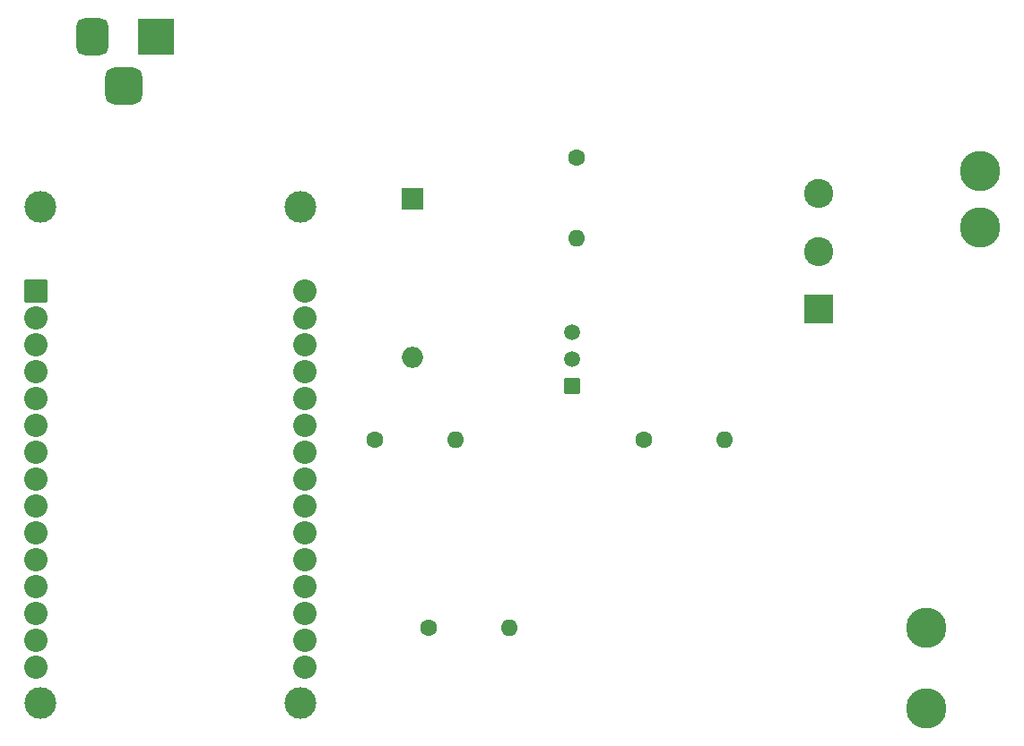
<source format=gbr>
%TF.GenerationSoftware,KiCad,Pcbnew,7.0.9*%
%TF.CreationDate,2023-11-29T01:17:11-05:00*%
%TF.ProjectId,Control Tempeture,436f6e74-726f-46c2-9054-656d70657475,rev?*%
%TF.SameCoordinates,Original*%
%TF.FileFunction,Soldermask,Bot*%
%TF.FilePolarity,Negative*%
%FSLAX46Y46*%
G04 Gerber Fmt 4.6, Leading zero omitted, Abs format (unit mm)*
G04 Created by KiCad (PCBNEW 7.0.9) date 2023-11-29 01:17:11*
%MOMM*%
%LPD*%
G01*
G04 APERTURE LIST*
G04 Aperture macros list*
%AMRoundRect*
0 Rectangle with rounded corners*
0 $1 Rounding radius*
0 $2 $3 $4 $5 $6 $7 $8 $9 X,Y pos of 4 corners*
0 Add a 4 corners polygon primitive as box body*
4,1,4,$2,$3,$4,$5,$6,$7,$8,$9,$2,$3,0*
0 Add four circle primitives for the rounded corners*
1,1,$1+$1,$2,$3*
1,1,$1+$1,$4,$5*
1,1,$1+$1,$6,$7*
1,1,$1+$1,$8,$9*
0 Add four rect primitives between the rounded corners*
20,1,$1+$1,$2,$3,$4,$5,0*
20,1,$1+$1,$4,$5,$6,$7,0*
20,1,$1+$1,$6,$7,$8,$9,0*
20,1,$1+$1,$8,$9,$2,$3,0*%
G04 Aperture macros list end*
%ADD10R,2.000000X2.000000*%
%ADD11O,2.000000X2.000000*%
%ADD12C,3.000000*%
%ADD13RoundRect,0.102000X-1.000000X-1.000000X1.000000X-1.000000X1.000000X1.000000X-1.000000X1.000000X0*%
%ADD14C,2.204000*%
%ADD15C,3.800000*%
%ADD16C,1.600000*%
%ADD17O,1.600000X1.600000*%
%ADD18RoundRect,0.102000X0.649000X-0.649000X0.649000X0.649000X-0.649000X0.649000X-0.649000X-0.649000X0*%
%ADD19C,1.502000*%
%ADD20RoundRect,0.102000X1.275000X-1.275000X1.275000X1.275000X-1.275000X1.275000X-1.275000X-1.275000X0*%
%ADD21C,2.754000*%
%ADD22R,3.500000X3.500000*%
%ADD23RoundRect,0.750000X-0.750000X-1.000000X0.750000X-1.000000X0.750000X1.000000X-0.750000X1.000000X0*%
%ADD24RoundRect,0.875000X-0.875000X-0.875000X0.875000X-0.875000X0.875000X0.875000X-0.875000X0.875000X0*%
G04 APERTURE END LIST*
D10*
%TO.C,C1*%
X98817500Y-61080000D03*
D11*
X98817500Y-76080000D03*
%TD*%
D12*
%TO.C,U1*%
X63705000Y-61800000D03*
X63705000Y-108750000D03*
X88215000Y-61800000D03*
X88215000Y-108750000D03*
D13*
X63285000Y-69760000D03*
D14*
X63285000Y-72300000D03*
X63285000Y-74840000D03*
X63285000Y-77380000D03*
X63285000Y-79920000D03*
X63285000Y-82460000D03*
X63285000Y-85000000D03*
X63285000Y-87540000D03*
X63285000Y-90080000D03*
X63285000Y-92620000D03*
X63285000Y-95160000D03*
X63285000Y-97700000D03*
X63285000Y-100240000D03*
X63285000Y-102780000D03*
X63285000Y-105320000D03*
X88685000Y-105320000D03*
X88685000Y-102780000D03*
X88685000Y-100240000D03*
X88685000Y-97700000D03*
X88685000Y-95160000D03*
X88685000Y-92620000D03*
X88685000Y-90080000D03*
X88685000Y-87540000D03*
X88685000Y-85000000D03*
X88685000Y-82460000D03*
X88685000Y-79920000D03*
X88685000Y-77380000D03*
X88685000Y-74840000D03*
X88685000Y-72300000D03*
X88685000Y-69760000D03*
%TD*%
D15*
%TO.C,H4*%
X147320000Y-101600000D03*
%TD*%
D16*
%TO.C,R4*%
X100330000Y-101600000D03*
D17*
X107950000Y-101600000D03*
%TD*%
D16*
%TO.C,R2*%
X120650000Y-83820000D03*
D17*
X128270000Y-83820000D03*
%TD*%
D15*
%TO.C,H3*%
X147320000Y-109220000D03*
%TD*%
%TO.C,H1*%
X152400000Y-58420000D03*
%TD*%
%TO.C,H2*%
X152400000Y-63770000D03*
%TD*%
D16*
%TO.C,R1*%
X114300000Y-57150000D03*
D17*
X114300000Y-64770000D03*
%TD*%
D18*
%TO.C,Q1*%
X113880000Y-78740000D03*
D19*
X113880000Y-76200000D03*
X113880000Y-73660000D03*
%TD*%
D20*
%TO.C,Q2*%
X137160000Y-71490000D03*
D21*
X137160000Y-66040000D03*
X137160000Y-60590000D03*
%TD*%
D16*
%TO.C,R3*%
X95250000Y-83820000D03*
D17*
X102870000Y-83820000D03*
%TD*%
D22*
%TO.C,J1*%
X74580000Y-45720000D03*
D23*
X68580000Y-45720000D03*
D24*
X71580000Y-50420000D03*
%TD*%
M02*

</source>
